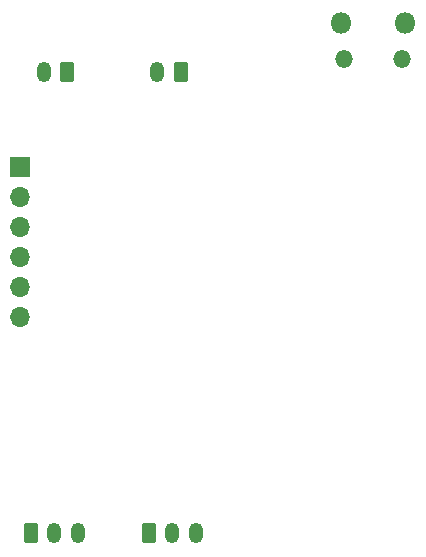
<source format=gbs>
%TF.GenerationSoftware,KiCad,Pcbnew,(6.0.1)*%
%TF.CreationDate,2022-08-20T19:26:56-07:00*%
%TF.ProjectId,frame_board,6672616d-655f-4626-9f61-72642e6b6963,rev?*%
%TF.SameCoordinates,Original*%
%TF.FileFunction,Soldermask,Bot*%
%TF.FilePolarity,Negative*%
%FSLAX46Y46*%
G04 Gerber Fmt 4.6, Leading zero omitted, Abs format (unit mm)*
G04 Created by KiCad (PCBNEW (6.0.1)) date 2022-08-20 19:26:56*
%MOMM*%
%LPD*%
G01*
G04 APERTURE LIST*
G04 Aperture macros list*
%AMRoundRect*
0 Rectangle with rounded corners*
0 $1 Rounding radius*
0 $2 $3 $4 $5 $6 $7 $8 $9 X,Y pos of 4 corners*
0 Add a 4 corners polygon primitive as box body*
4,1,4,$2,$3,$4,$5,$6,$7,$8,$9,$2,$3,0*
0 Add four circle primitives for the rounded corners*
1,1,$1+$1,$2,$3*
1,1,$1+$1,$4,$5*
1,1,$1+$1,$6,$7*
1,1,$1+$1,$8,$9*
0 Add four rect primitives between the rounded corners*
20,1,$1+$1,$2,$3,$4,$5,0*
20,1,$1+$1,$4,$5,$6,$7,0*
20,1,$1+$1,$6,$7,$8,$9,0*
20,1,$1+$1,$8,$9,$2,$3,0*%
G04 Aperture macros list end*
%ADD10O,1.800000X1.800000*%
%ADD11O,1.500000X1.500000*%
%ADD12RoundRect,0.250000X-0.350000X-0.625000X0.350000X-0.625000X0.350000X0.625000X-0.350000X0.625000X0*%
%ADD13O,1.200000X1.750000*%
%ADD14RoundRect,0.250000X0.350000X0.625000X-0.350000X0.625000X-0.350000X-0.625000X0.350000X-0.625000X0*%
%ADD15R,1.700000X1.700000*%
%ADD16O,1.700000X1.700000*%
G04 APERTURE END LIST*
D10*
X182975000Y-96925000D03*
D11*
X188125000Y-99955000D03*
X183275000Y-99955000D03*
D10*
X188425000Y-96925000D03*
D12*
X166700000Y-140100000D03*
D13*
X168700000Y-140100000D03*
X170700000Y-140100000D03*
D14*
X169425000Y-101050000D03*
D13*
X167425000Y-101050000D03*
D12*
X156700000Y-140100000D03*
D13*
X158700000Y-140100000D03*
X160700000Y-140100000D03*
D15*
X155825000Y-109075000D03*
D16*
X155825000Y-111615000D03*
X155825000Y-114155000D03*
X155825000Y-116695000D03*
X155825000Y-119235000D03*
X155825000Y-121775000D03*
D14*
X159812458Y-101050000D03*
D13*
X157812458Y-101050000D03*
M02*

</source>
